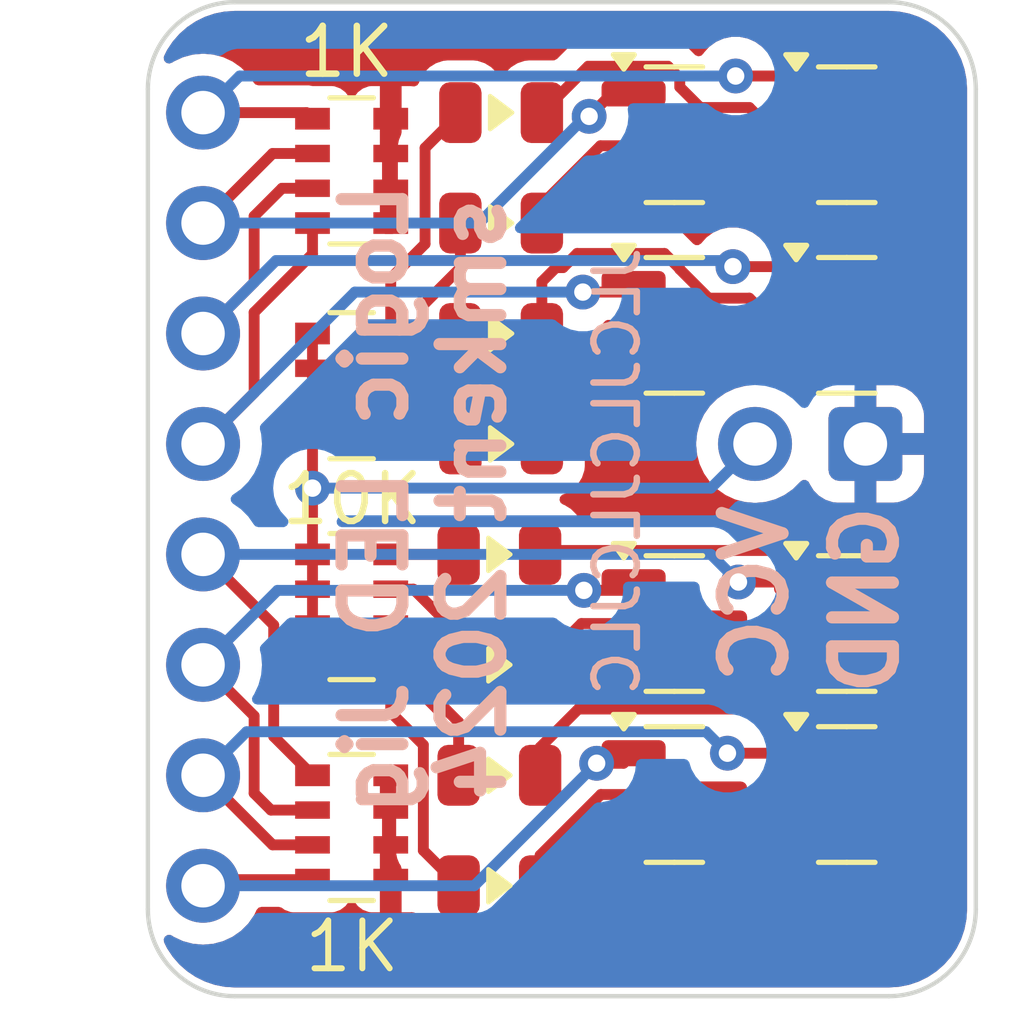
<source format=kicad_pcb>
(kicad_pcb (version 20240108) (generator "pcbnew") (generator_version "8.0")
  (layers (0 "F.Cu" signal) (31 "B.Cu" signal) (34 "B.Paste" user) (35 "F.Paste" user) (36 "B.SilkS" user "B.Silkscreen") (37 "F.SilkS" user "F.Silkscreen") (38 "B.Mask" user) (39 "F.Mask" user) (44 "Edge.Cuts" user))
  (net 0 "")
  (net 1 "Net-(D1-K)")
  (net 2 "GND")
  (net 3 "VCC")
  (net 4 "Net-(D1-A)")
  (net 5 "Net-(D2-A)")
  (net 6 "Net-(D2-K)")
  (net 7 "Net-(D3-K)")
  (net 8 "Net-(D3-A)")
  (net 9 "Net-(D4-A)")
  (net 10 "Net-(D4-K)")
  (net 11 "Net-(D5-K)")
  (net 12 "Net-(D5-A)")
  (net 13 "Net-(D6-K)")
  (net 14 "Net-(D6-A)")
  (net 15 "Net-(D7-K)")
  (net 16 "Net-(D7-A)")
  (net 17 "Net-(D8-A)")
  (net 18 "Net-(D8-K)")
  (net 19 "LED3")
  (net 20 "LED1")
  (net 21 "LED7")
  (net 22 "LED2")
  (net 23 "LED5")
  (net 24 "LED4")
  (net 25 "LED6")
  (net 26 "LED8")
  (footprint "Resistor_SMD:R_Array_Convex_4x0603" (layer "F.Cu") (at 135.498 80.08 180)
    (property "Reference" "RN2" (hide yes))
    (property "Value" "10K")
    (fp_line (start 0.5 1.68) (end -0.5 1.68) (stroke (width 0.12)) (layer "F.SilkS"))
    (fp_line (start 0.5 -1.68) (end -0.5 -1.68) (stroke (width 0.12)) (layer "F.SilkS"))
    (pad "1" smd rect (at -0.9 -1.2 180) (size 0.8 0.5) (layers "F.Cu" "F.Paste" "F.Mask") (net 2 "GND"))
    (pad "2" smd rect (at -0.9 -0.4 180) (size 0.8 0.4) (layers "F.Cu" "F.Paste" "F.Mask") (net 2 "GND"))
    (pad "3" smd rect (at -0.9 0.4 180) (size 0.8 0.4) (layers "F.Cu" "F.Paste" "F.Mask") (net 2 "GND"))
    (pad "4" smd rect (at -0.9 1.2 180) (size 0.8 0.5) (layers "F.Cu" "F.Paste" "F.Mask") (net 2 "GND"))
    (pad "5" smd rect (at 0.9 1.2 180) (size 0.8 0.5) (layers "F.Cu" "F.Paste" "F.Mask") (net 20 "LED1"))
    (pad "6" smd rect (at 0.9 0.4 180) (size 0.8 0.4) (layers "F.Cu" "F.Paste" "F.Mask") (net 22 "LED2"))
    (pad "7" smd rect (at 0.9 -0.4 180) (size 0.8 0.4) (layers "F.Cu" "F.Paste" "F.Mask") (net 19 "LED3"))
    (pad "8" smd rect (at 0.9 -1.2 180) (size 0.8 0.5) (layers "F.Cu" "F.Paste" "F.Mask") (net 24 "LED4"))
  )
  (footprint "custom:LED_0805_2012Metric_simple" (layer "F.Cu") (at 138.898 91.44 180)
    (property "Reference" "D6" (hide yes))
    (property "Value" "LED")
    (fp_poly (pts (xy 0.254 -0.381) (xy 0.254 0.381) (xy -0.254 0)) (stroke (width 0.1)) (fill solid) (layer "F.SilkS"))
    (pad "1" smd roundrect (at -0.9375 0 180) (size 0.975 1.4) (layers "F.Cu" "F.Paste" "F.Mask") (net 13 "Net-(D6-K)"))
    (pad "2" smd roundrect (at 0.9375 0 180) (size 0.975 1.4) (layers "F.Cu" "F.Paste" "F.Mask") (net 14 "Net-(D6-A)"))
  )
  (footprint "Package_TO_SOT_SMD:SOT-23" (layer "F.Cu") (at 146.8905 90.49)
    (property "Reference" "Q5" (hide yes))
    (property "Value" "AO3404	")
    (fp_line (start 0 -1.56) (end -0.65 -1.56) (stroke (width 0.12)) (layer "F.SilkS"))
    (fp_line (start 0 -1.56) (end 0.65 -1.56) (stroke (width 0.12)) (layer "F.SilkS"))
    (fp_line (start 0 1.56) (end -0.65 1.56) (stroke (width 0.12)) (layer "F.SilkS"))
    (fp_line (start 0 1.56) (end 0.65 1.56) (stroke (width 0.12)) (layer "F.SilkS"))
    (fp_poly (pts (xy -1.1625 -1.51) (xy -1.4025 -1.84) (xy -0.9225 -1.84) (xy -1.1625 -1.51)) (stroke (width 0.12)) (fill solid) (layer "F.SilkS"))
    (pad "1" smd roundrect (at -0.9375 -0.95) (size 1.475 0.6) (layers "F.Cu" "F.Paste" "F.Mask") (net 23 "LED5"))
    (pad "2" smd roundrect (at -0.9375 0.95) (size 1.475 0.6) (layers "F.Cu" "F.Paste" "F.Mask") (net 2 "GND"))
    (pad "3" smd roundrect (at 0.9375 0) (size 1.475 0.6) (layers "F.Cu" "F.Paste" "F.Mask") (net 11 "Net-(D5-K)"))
  )
  (footprint "Resistor_SMD:R_Array_Convex_4x0603" (layer "F.Cu") (at 135.498 85.02 180)
    (property "Reference" "RN1" (hide yes))
    (property "Value" "1K")
    (fp_line (start 0.5 1.68) (end -0.5 1.68) (stroke (width 0.12)) (layer "F.SilkS"))
    (fp_line (start 0.5 -1.68) (end -0.5 -1.68) (stroke (width 0.12)) (layer "F.SilkS"))
    (pad "1" smd rect (at -0.9 -1.2 180) (size 0.8 0.5) (layers "F.Cu" "F.Paste" "F.Mask") (net 9 "Net-(D4-A)"))
    (pad "2" smd rect (at -0.9 -0.4 180) (size 0.8 0.4) (layers "F.Cu" "F.Paste" "F.Mask") (net 8 "Net-(D3-A)"))
    (pad "3" smd rect (at -0.9 0.4 180) (size 0.8 0.4) (layers "F.Cu" "F.Paste" "F.Mask") (net 5 "Net-(D2-A)"))
    (pad "4" smd rect (at -0.9 1.2 180) (size 0.8 0.5) (layers "F.Cu" "F.Paste" "F.Mask") (net 4 "Net-(D1-A)"))
    (pad "5" smd rect (at 0.9 1.2 180) (size 0.8 0.5) (layers "F.Cu" "F.Paste" "F.Mask") (net 3 "VCC"))
    (pad "6" smd rect (at 0.9 0.4 180) (size 0.8 0.4) (layers "F.Cu" "F.Paste" "F.Mask") (net 3 "VCC"))
    (pad "7" smd rect (at 0.9 -0.4 180) (size 0.8 0.4) (layers "F.Cu" "F.Paste" "F.Mask") (net 3 "VCC"))
    (pad "8" smd rect (at 0.9 -1.2 180) (size 0.8 0.5) (layers "F.Cu" "F.Paste" "F.Mask") (net 3 "VCC"))
  )
  (footprint "custom:LED_0805_2012Metric_simple" (layer "F.Cu") (at 138.938 83.82 180)
    (property "Reference" "D3" (hide yes))
    (property "Value" "LED")
    (fp_poly (pts (xy 0.254 -0.381) (xy 0.254 0.381) (xy -0.254 0)) (stroke (width 0.1)) (fill solid) (layer "F.SilkS"))
    (pad "1" smd roundrect (at -0.9375 0 180) (size 0.975 1.4) (layers "F.Cu" "F.Paste" "F.Mask") (net 7 "Net-(D3-K)"))
    (pad "2" smd roundrect (at 0.9375 0 180) (size 0.975 1.4) (layers "F.Cu" "F.Paste" "F.Mask") (net 8 "Net-(D3-A)"))
  )
  (footprint "Package_TO_SOT_SMD:SOT-23" (layer "F.Cu") (at 146.8905 79.248)
    (property "Reference" "Q1" (hide yes))
    (property "Value" "AO3404	")
    (fp_line (start 0 -1.56) (end -0.65 -1.56) (stroke (width 0.12)) (layer "F.SilkS"))
    (fp_line (start 0 -1.56) (end 0.65 -1.56) (stroke (width 0.12)) (layer "F.SilkS"))
    (fp_line (start 0 1.56) (end -0.65 1.56) (stroke (width 0.12)) (layer "F.SilkS"))
    (fp_line (start 0 1.56) (end 0.65 1.56) (stroke (width 0.12)) (layer "F.SilkS"))
    (fp_poly (pts (xy -1.1625 -1.51) (xy -1.4025 -1.84) (xy -0.9225 -1.84) (xy -1.1625 -1.51)) (stroke (width 0.12)) (fill solid) (layer "F.SilkS"))
    (pad "1" smd roundrect (at -0.9375 -0.95) (size 1.475 0.6) (layers "F.Cu" "F.Paste" "F.Mask") (net 20 "LED1"))
    (pad "2" smd roundrect (at -0.9375 0.95) (size 1.475 0.6) (layers "F.Cu" "F.Paste" "F.Mask") (net 2 "GND"))
    (pad "3" smd roundrect (at 0.9375 0) (size 1.475 0.6) (layers "F.Cu" "F.Paste" "F.Mask") (net 1 "Net-(D1-K)"))
  )
  (footprint "Package_TO_SOT_SMD:SOT-23" (layer "F.Cu") (at 142.9235 79.248)
    (property "Reference" "Q2" (hide yes))
    (property "Value" "AO3404	")
    (fp_line (start 0 -1.56) (end -0.65 -1.56) (stroke (width 0.12)) (layer "F.SilkS"))
    (fp_line (start 0 -1.56) (end 0.65 -1.56) (stroke (width 0.12)) (layer "F.SilkS"))
    (fp_line (start 0 1.56) (end -0.65 1.56) (stroke (width 0.12)) (layer "F.SilkS"))
    (fp_line (start 0 1.56) (end 0.65 1.56) (stroke (width 0.12)) (layer "F.SilkS"))
    (fp_poly (pts (xy -1.1625 -1.51) (xy -1.4025 -1.84) (xy -0.9225 -1.84) (xy -1.1625 -1.51)) (stroke (width 0.12)) (fill solid) (layer "F.SilkS"))
    (pad "1" smd roundrect (at -0.9375 -0.95) (size 1.475 0.6) (layers "F.Cu" "F.Paste" "F.Mask") (net 22 "LED2"))
    (pad "2" smd roundrect (at -0.9375 0.95) (size 1.475 0.6) (layers "F.Cu" "F.Paste" "F.Mask") (net 2 "GND"))
    (pad "3" smd roundrect (at 0.9375 0) (size 1.475 0.6) (layers "F.Cu" "F.Paste" "F.Mask") (net 6 "Net-(D2-K)"))
  )
  (footprint "Package_TO_SOT_SMD:SOT-23" (layer "F.Cu") (at 142.9235 83.632)
    (property "Reference" "Q4" (hide yes))
    (property "Value" "AO3404	")
    (fp_line (start 0 -1.56) (end -0.65 -1.56) (stroke (width 0.12)) (layer "F.SilkS"))
    (fp_line (start 0 -1.56) (end 0.65 -1.56) (stroke (width 0.12)) (layer "F.SilkS"))
    (fp_line (start 0 1.56) (end -0.65 1.56) (stroke (width 0.12)) (layer "F.SilkS"))
    (fp_line (start 0 1.56) (end 0.65 1.56) (stroke (width 0.12)) (layer "F.SilkS"))
    (fp_poly (pts (xy -1.1625 -1.51) (xy -1.4025 -1.84) (xy -0.9225 -1.84) (xy -1.1625 -1.51)) (stroke (width 0.12)) (fill solid) (layer "F.SilkS"))
    (pad "1" smd roundrect (at -0.9375 -0.95) (size 1.475 0.6) (layers "F.Cu" "F.Paste" "F.Mask") (net 24 "LED4"))
    (pad "2" smd roundrect (at -0.9375 0.95) (size 1.475 0.6) (layers "F.Cu" "F.Paste" "F.Mask") (net 2 "GND"))
    (pad "3" smd roundrect (at 0.9375 0) (size 1.475 0.6) (layers "F.Cu" "F.Paste" "F.Mask") (net 10 "Net-(D4-K)"))
  )
  (footprint "custom:LED_0805_2012Metric_simple" (layer "F.Cu") (at 138.898 96.52 180)
    (property "Reference" "D8" (hide yes))
    (property "Value" "LED")
    (fp_poly (pts (xy 0.254 -0.381) (xy 0.254 0.381) (xy -0.254 0)) (stroke (width 0.1)) (fill solid) (layer "F.SilkS"))
    (pad "1" smd roundrect (at -0.9375 0 180) (size 0.975 1.4) (layers "F.Cu" "F.Paste" "F.Mask") (net 18 "Net-(D8-K)"))
    (pad "2" smd roundrect (at 0.9375 0 180) (size 0.975 1.4) (layers "F.Cu" "F.Paste" "F.Mask") (net 17 "Net-(D8-A)"))
  )
  (footprint "Resistor_SMD:R_Array_Convex_4x0603" (layer "F.Cu") (at 135.498 95.18 180)
    (property "Reference" "RN4" (hide yes))
    (property "Value" "10K")
    (fp_line (start 0.5 1.68) (end -0.5 1.68) (stroke (width 0.12)) (layer "F.SilkS"))
    (fp_line (start 0.5 -1.68) (end -0.5 -1.68) (stroke (width 0.12)) (layer "F.SilkS"))
    (pad "1" smd rect (at -0.9 -1.2 180) (size 0.8 0.5) (layers "F.Cu" "F.Paste" "F.Mask") (net 2 "GND"))
    (pad "2" smd rect (at -0.9 -0.4 180) (size 0.8 0.4) (layers "F.Cu" "F.Paste" "F.Mask") (net 2 "GND"))
    (pad "3" smd rect (at -0.9 0.4 180) (size 0.8 0.4) (layers "F.Cu" "F.Paste" "F.Mask") (net 2 "GND"))
    (pad "4" smd rect (at -0.9 1.2 180) (size 0.8 0.5) (layers "F.Cu" "F.Paste" "F.Mask") (net 2 "GND"))
    (pad "5" smd rect (at 0.9 1.2 180) (size 0.8 0.5) (layers "F.Cu" "F.Paste" "F.Mask") (net 23 "LED5"))
    (pad "6" smd rect (at 0.9 0.4 180) (size 0.8 0.4) (layers "F.Cu" "F.Paste" "F.Mask") (net 25 "LED6"))
    (pad "7" smd rect (at 0.9 -0.4 180) (size 0.8 0.4) (layers "F.Cu" "F.Paste" "F.Mask") (net 21 "LED7"))
    (pad "8" smd rect (at 0.9 -1.2 180) (size 0.8 0.5) (layers "F.Cu" "F.Paste" "F.Mask") (net 26 "LED8"))
  )
  (footprint "Package_TO_SOT_SMD:SOT-23" (layer "F.Cu") (at 146.8905 94.422)
    (property "Reference" "Q7" (hide yes))
    (property "Value" "AO3404	")
    (fp_line (start 0 -1.56) (end -0.65 -1.56) (stroke (width 0.12)) (layer "F.SilkS"))
    (fp_line (start 0 -1.56) (end 0.65 -1.56) (stroke (width 0.12)) (layer "F.SilkS"))
    (fp_line (start 0 1.56) (end -0.65 1.56) (stroke (width 0.12)) (layer "F.SilkS"))
    (fp_line (start 0 1.56) (end 0.65 1.56) (stroke (width 0.12)) (layer "F.SilkS"))
    (fp_poly (pts (xy -1.1625 -1.51) (xy -1.4025 -1.84) (xy -0.9225 -1.84) (xy -1.1625 -1.51)) (stroke (width 0.12)) (fill solid) (layer "F.SilkS"))
    (pad "1" smd roundrect (at -0.9375 -0.95) (size 1.475 0.6) (layers "F.Cu" "F.Paste" "F.Mask") (net 21 "LED7"))
    (pad "2" smd roundrect (at -0.9375 0.95) (size 1.475 0.6) (layers "F.Cu" "F.Paste" "F.Mask") (net 2 "GND"))
    (pad "3" smd roundrect (at 0.9375 0) (size 1.475 0.6) (layers "F.Cu" "F.Paste" "F.Mask") (net 15 "Net-(D7-K)"))
  )
  (footprint "custom:LED_0805_2012Metric_simple" (layer "F.Cu") (at 138.938 81.28 180)
    (property "Reference" "D2" (hide yes))
    (property "Value" "LED")
    (fp_poly (pts (xy 0.254 -0.381) (xy 0.254 0.381) (xy -0.254 0)) (stroke (width 0.1)) (fill solid) (layer "F.SilkS"))
    (pad "1" smd roundrect (at -0.9375 0 180) (size 0.975 1.4) (layers "F.Cu" "F.Paste" "F.Mask") (net 6 "Net-(D2-K)"))
    (pad "2" smd roundrect (at 0.9375 0 180) (size 0.975 1.4) (layers "F.Cu" "F.Paste" "F.Mask") (net 5 "Net-(D2-A)"))
  )
  (footprint "custom:LED_0805_2012Metric_simple" (layer "F.Cu") (at 138.898 88.9 180)
    (property "Reference" "D5" (hide yes))
    (property "Value" "LED")
    (fp_poly (pts (xy 0.254 -0.381) (xy 0.254 0.381) (xy -0.254 0)) (stroke (width 0.1)) (fill solid) (layer "F.SilkS"))
    (pad "1" smd roundrect (at -0.9375 0 180) (size 0.975 1.4) (layers "F.Cu" "F.Paste" "F.Mask") (net 11 "Net-(D5-K)"))
    (pad "2" smd roundrect (at 0.9375 0 180) (size 0.975 1.4) (layers "F.Cu" "F.Paste" "F.Mask") (net 12 "Net-(D5-A)"))
  )
  (footprint "Resistor_SMD:R_Array_Convex_4x0603" (layer "F.Cu") (at 135.498 90.1 180)
    (property "Reference" "RN3" (hide yes))
    (property "Value" "1K")
    (fp_line (start 0.5 1.68) (end -0.5 1.68) (stroke (width 0.12)) (layer "F.SilkS"))
    (fp_line (start 0.5 -1.68) (end -0.5 -1.68) (stroke (width 0.12)) (layer "F.SilkS"))
    (pad "1" smd rect (at -0.9 -1.2 180) (size 0.8 0.5) (layers "F.Cu" "F.Paste" "F.Mask") (net 17 "Net-(D8-A)"))
    (pad "2" smd rect (at -0.9 -0.4 180) (size 0.8 0.4) (layers "F.Cu" "F.Paste" "F.Mask") (net 16 "Net-(D7-A)"))
    (pad "3" smd rect (at -0.9 0.4 180) (size 0.8 0.4) (layers "F.Cu" "F.Paste" "F.Mask") (net 14 "Net-(D6-A)"))
    (pad "4" smd rect (at -0.9 1.2 180) (size 0.8 0.5) (layers "F.Cu" "F.Paste" "F.Mask") (net 12 "Net-(D5-A)"))
    (pad "5" smd rect (at 0.9 1.2 180) (size 0.8 0.5) (layers "F.Cu" "F.Paste" "F.Mask") (net 3 "VCC"))
    (pad "6" smd rect (at 0.9 0.4 180) (size 0.8 0.4) (layers "F.Cu" "F.Paste" "F.Mask") (net 3 "VCC"))
    (pad "7" smd rect (at 0.9 -0.4 180) (size 0.8 0.4) (layers "F.Cu" "F.Paste" "F.Mask") (net 3 "VCC"))
    (pad "8" smd rect (at 0.9 -1.2 180) (size 0.8 0.5) (layers "F.Cu" "F.Paste" "F.Mask") (net 3 "VCC"))
  )
  (footprint "custom:LED_0805_2012Metric_simple" (layer "F.Cu") (at 138.898 93.98 180)
    (property "Reference" "D7" (hide yes))
    (property "Value" "LED")
    (fp_poly (pts (xy 0.254 -0.381) (xy 0.254 0.381) (xy -0.254 0)) (stroke (width 0.1)) (fill solid) (layer "F.SilkS"))
    (pad "1" smd roundrect (at -0.9375 0 180) (size 0.975 1.4) (layers "F.Cu" "F.Paste" "F.Mask") (net 15 "Net-(D7-K)"))
    (pad "2" smd roundrect (at 0.9375 0 180) (size 0.975 1.4) (layers "F.Cu" "F.Paste" "F.Mask") (net 16 "Net-(D7-A)"))
  )
  (footprint "Package_TO_SOT_SMD:SOT-23" (layer "F.Cu") (at 142.9235 90.49)
    (property "Reference" "Q6" (hide yes))
    (property "Value" "AO3404	")
    (fp_line (start 0 -1.56) (end -0.65 -1.56) (stroke (width 0.12)) (layer "F.SilkS"))
    (fp_line (start 0 -1.56) (end 0.65 -1.56) (stroke (width 0.12)) (layer "F.SilkS"))
    (fp_line (start 0 1.56) (end -0.65 1.56) (stroke (width 0.12)) (layer "F.SilkS"))
    (fp_line (start 0 1.56) (end 0.65 1.56) (stroke (width 0.12)) (layer "F.SilkS"))
    (fp_poly (pts (xy -1.1625 -1.51) (xy -1.4025 -1.84) (xy -0.9225 -1.84) (xy -1.1625 -1.51)) (stroke (width 0.12)) (fill solid) (layer "F.SilkS"))
    (pad "1" smd roundrect (at -0.9375 -0.95) (size 1.475 0.6) (layers "F.Cu" "F.Paste" "F.Mask") (net 25 "LED6"))
    (pad "2" smd roundrect (at -0.9375 0.95) (size 1.475 0.6) (layers "F.Cu" "F.Paste" "F.Mask") (net 2 "GND"))
    (pad "3" smd roundrect (at 0.9375 0) (size 1.475 0.6) (layers "F.Cu" "F.Paste" "F.Mask") (net 13 "Net-(D6-K)"))
  )
  (footprint "custom:LED_0805_2012Metric_simple" (layer "F.Cu") (at 138.938 86.36 180)
    (property "Reference" "D4" (hide yes))
    (property "Value" "LED")
    (fp_poly (pts (xy 0.254 -0.381) (xy 0.254 0.381) (xy -0.254 0)) (stroke (width 0.1)) (fill solid) (layer "F.SilkS"))
    (pad "1" smd roundrect (at -0.9375 0 180) (size 0.975 1.4) (layers "F.Cu" "F.Paste" "F.Mask") (net 10 "Net-(D4-K)"))
    (pad "2" smd roundrect (at 0.9375 0 180) (size 0.975 1.4) (layers "F.Cu" "F.Paste" "F.Mask") (net 9 "Net-(D4-A)"))
  )
  (footprint "Package_TO_SOT_SMD:SOT-23" (layer "F.Cu") (at 142.9235 94.422)
    (property "Reference" "Q8" (hide yes))
    (property "Value" "AO3404	")
    (fp_line (start 0 -1.56) (end -0.65 -1.56) (stroke (width 0.12)) (layer "F.SilkS"))
    (fp_line (start 0 -1.56) (end 0.65 -1.56) (stroke (width 0.12)) (layer "F.SilkS"))
    (fp_line (start 0 1.56) (end -0.65 1.56) (stroke (width 0.12)) (layer "F.SilkS"))
    (fp_line (start 0 1.56) (end 0.65 1.56) (stroke (width 0.12)) (layer "F.SilkS"))
    (fp_poly (pts (xy -1.1625 -1.51) (xy -1.4025 -1.84) (xy -0.9225 -1.84) (xy -1.1625 -1.51)) (stroke (width 0.12)) (fill solid) (layer "F.SilkS"))
    (pad "1" smd roundrect (at -0.9375 -0.95) (size 1.475 0.6) (layers "F.Cu" "F.Paste" "F.Mask") (net 26 "LED8"))
    (pad "2" smd roundrect (at -0.9375 0.95) (size 1.475 0.6) (layers "F.Cu" "F.Paste" "F.Mask") (net 2 "GND"))
    (pad "3" smd roundrect (at 0.9375 0) (size 1.475 0.6) (layers "F.Cu" "F.Paste" "F.Mask") (net 18 "Net-(D8-K)"))
  )
  (footprint "custom:LED_0805_2012Metric_simple" (layer "F.Cu") (at 138.938 78.74 180)
    (property "Reference" "D1" (hide yes))
    (property "Value" "LED")
    (fp_poly (pts (xy 0.254 -0.381) (xy 0.254 0.381) (xy -0.254 0)) (stroke (width 0.1)) (fill solid) (layer "F.SilkS"))
    (pad "1" smd roundrect (at -0.9375 0 180) (size 0.975 1.4) (layers "F.Cu" "F.Paste" "F.Mask") (net 1 "Net-(D1-K)"))
    (pad "2" smd roundrect (at 0.9375 0 180) (size 0.975 1.4) (layers "F.Cu" "F.Paste" "F.Mask") (net 4 "Net-(D1-A)"))
  )
  (footprint "Package_TO_SOT_SMD:SOT-23" (layer "F.Cu") (at 146.8905 83.632)
    (property "Reference" "Q3" (hide yes))
    (property "Value" "AO3404	")
    (fp_line (start 0 -1.56) (end -0.65 -1.56) (stroke (width 0.12)) (layer "F.SilkS"))
    (fp_line (start 0 -1.56) (end 0.65 -1.56) (stroke (width 0.12)) (layer "F.SilkS"))
    (fp_line (start 0 1.56) (end -0.65 1.56) (stroke (width 0.12)) (layer "F.SilkS"))
    (fp_line (start 0 1.56) (end 0.65 1.56) (stroke (width 0.12)) (layer "F.SilkS"))
    (fp_poly (pts (xy -1.1625 -1.51) (xy -1.4025 -1.84) (xy -0.9225 -1.84) (xy -1.1625 -1.51)) (stroke (width 0.12)) (fill solid) (layer "F.SilkS"))
    (pad "1" smd roundrect (at -0.9375 -0.95) (size 1.475 0.6) (layers "F.Cu" "F.Paste" "F.Mask") (net 19 "LED3"))
    (pad "2" smd roundrect (at -0.9375 0.95) (size 1.475 0.6) (layers "F.Cu" "F.Paste" "F.Mask") (net 2 "GND"))
    (pad "3" smd roundrect (at 0.9375 0) (size 1.475 0.6) (layers "F.Cu" "F.Paste" "F.Mask") (net 7 "Net-(D3-K)"))
  )
  (footprint "custom:PinHeader_1x02_P2.54mm_Vertical_simple_pad2gnd" (layer "B.Cu") (at 144.78 86.36 -90)
    (property "Reference" "J2" (hide yes))
    (property "Value" "Conn_01x02")
    (pad "1" thru_hole oval (at 0 0 270) (size 1.7 1.7) (drill 1) (layers "*.Cu" "*.Mask") (net 3 "VCC"))
    (pad "2" thru_hole roundrect (at 0 -2.54 270) (size 1.7 1.7) (drill 1) (layers "*.Cu" "*.Mask") (roundrect_rratio 0.1470588235) (net 2 "GND"))
  )
  (footprint "custom:PinHeader_1x08_P2.54mm_Vertical_simple" (layer "B.Cu") (at 132.08 78.74 180)
    (property "Reference" "J1" (hide yes))
    (property "Value" "Conn_01x08")
    (pad "1" thru_hole oval (at 0 0 180) (size 1.7 1.7) (drill 1) (layers "*.Cu" "*.Mask") (net 20 "LED1"))
    (pad "2" thru_hole oval (at 0 -2.54 180) (size 1.7 1.7) (drill 1) (layers "*.Cu" "*.Mask") (net 22 "LED2"))
    (pad "3" thru_hole oval (at 0 -5.08 180) (size 1.7 1.7) (drill 1) (layers "*.Cu" "*.Mask") (net 19 "LED3"))
    (pad "4" thru_hole oval (at 0 -7.62 180) (size 1.7 1.7) (drill 1) (layers "*.Cu" "*.Mask") (net 24 "LED4"))
    (pad "5" thru_hole oval (at 0 -10.16 180) (size 1.7 1.7) (drill 1) (layers "*.Cu" "*.Mask") (net 23 "LED5"))
    (pad "6" thru_hole oval (at 0 -12.7 180) (size 1.7 1.7) (drill 1) (layers "*.Cu" "*.Mask") (net 25 "LED6"))
    (pad "7" thru_hole oval (at 0 -15.24 180) (size 1.7 1.7) (drill 1) (layers "*.Cu" "*.Mask") (net 21 "LED7"))
    (pad "8" thru_hole oval (at 0 -17.78 180) (size 1.7 1.7) (drill 1) (layers "*.Cu" "*.Mask") (net 26 "LED8"))
  )
  (gr_arc (start 147.86 76.2) (mid 149.274214 76.785786) (end 149.86 78.2) (stroke (width 0.1)) (layer "Edge.Cuts"))
  (gr_arc (start 149.86 97.06) (mid 149.274214 98.474214) (end 147.86 99.06) (stroke (width 0.1)) (layer "Edge.Cuts"))
  (gr_line (start 147.86 99.06) (end 132.81 99.06) (stroke (width 0.1)) (layer "Edge.Cuts"))
  (gr_arc (start 130.81 78.2) (mid 131.395786 76.785786) (end 132.81 76.2) (stroke (width 0.1)) (layer "Edge.Cuts"))
  (gr_line (start 149.86 78.2) (end 149.86 97.06) (stroke (width 0.1)) (layer "Edge.Cuts"))
  (gr_arc (start 132.81 99.06) (mid 131.395786 98.474214) (end 130.81 97.06) (stroke (width 0.1)) (layer "Edge.Cuts"))
  (gr_line (start 132.81 76.2) (end 147.86 76.2) (stroke (width 0.1)) (layer "Edge.Cuts"))
  (gr_line (start 130.81 97.06) (end 130.81 78.2) (stroke (width 0.1)) (layer "Edge.Cuts"))
  (gr_text "Logic LED Jig\nsmkent 2024" (at 137.16 87.63 90) (layer "B.SilkS") (effects (font (size 1.4 1.4) (thickness 0.28) (bold yes)) (justify mirror)))
  (gr_text "GND" (at 147.32 87.63 90) (layer "B.SilkS") (effects (font (size 1.4 1.4) (thickness 0.28) (bold yes)) (justify left mirror)))
  (gr_text "JLCJLCJLCJLC" (at 141.605 86.995 90) (layer "B.SilkS") (effects (font (size 1 1)) (justify mirror)))
  (gr_text "VCC" (at 144.78 87.63 90) (layer "B.SilkS") (effects (font (size 1.4 1.4) (thickness 0.28) (bold yes)) (justify left mirror)))
  (gr_text "10K" (at 135.509 87.63 0) (layer "F.SilkS") (effects (font (size 1.1 1.1))))
  (gr_text "1K" (at 135.509 97.917 0) (layer "F.SilkS") (effects (font (size 1.1 1.1) (thickness 0.1375))))
  (gr_text "1K" (at 135.382 77.343 0) (layer "F.SilkS") (effects (font (size 1.1 1.1))))
  (segment (start 143.0485 78.1515) (end 143.0485 77.947092) (width 0.25) (layer "F.Cu") (net 1))
  (segment (start 147.828 79.248) (end 144.9235 79.248) (width 0.25) (layer "F.Cu") (net 1))
  (segment (start 142.774408 77.673) (end 140.9425 77.673) (width 0.25) (layer "F.Cu") (net 1))
  (segment (start 140.9425 77.673) (end 139.8755 78.74) (width 0.25) (layer "F.Cu") (net 1))
  (segment (start 144.9235 78.897092) (end 144.649408 78.623) (width 0.25) (layer "F.Cu") (net 1))
  (segment (start 143.52 78.623) (end 143.0485 78.1515) (width 0.25) (layer "F.Cu") (net 1))
  (segment (start 144.9235 79.248) (end 144.9235 78.897092) (width 0.25) (layer "F.Cu") (net 1))
  (segment (start 143.0485 77.947092) (end 142.774408 77.673) (width 0.25) (layer "F.Cu") (net 1))
  (segment (start 144.649408 78.623) (end 143.52 78.623) (width 0.25) (layer "F.Cu") (net 1))
  (segment (start 134.598 91.3) (end 134.598 87.376) (width 0.25) (layer "F.Cu") (net 3))
  (segment (start 134.598 87.376) (end 134.598 86.22) (width 0.25) (layer "F.Cu") (net 3))
  (segment (start 134.598 83.82) (end 134.598 86.22) (width 0.25) (layer "F.Cu") (net 3))
  (via (at 134.598 87.376) (size 0.8) (drill 0.4) (layers "F.Cu" "B.Cu") (net 3))
  (segment (start 143.764 87.376) (end 134.598 87.376) (width 0.25) (layer "B.Cu") (net 3))
  (segment (start 144.78 86.36) (end 143.764 87.376) (width 0.25) (layer "B.Cu") (net 3))
  (segment (start 136.398 82.55) (end 136.398 83.82) (width 0.25) (layer "F.Cu") (net 4))
  (segment (start 138.0005 78.74) (end 137.188 79.5525) (width 0.25) (layer "F.Cu") (net 4))
  (segment (start 137.188 79.5525) (end 137.188 81.76) (width 0.25) (layer "F.Cu") (net 4))
  (segment (start 137.188 81.76) (end 136.398 82.55) (width 0.25) (layer "F.Cu") (net 4))
  (segment (start 137.123 84.545) (end 137.048 84.62) (width 0.25) (layer "F.Cu") (net 5))
  (segment (start 137.048 84.62) (end 136.398 84.62) (width 0.25) (layer "F.Cu") (net 5))
  (segment (start 138.0005 81.28) (end 138.0005 82.308912) (width 0.25) (layer "F.Cu") (net 5))
  (segment (start 138.0005 82.308912) (end 137.123 83.186412) (width 0.25) (layer "F.Cu") (net 5))
  (segment (start 137.123 83.186412) (end 137.123 84.545) (width 0.25) (layer "F.Cu") (net 5))
  (segment (start 143.607 79.502) (end 141.224 79.502) (width 0.25) (layer "F.Cu") (net 6))
  (segment (start 139.8755 80.8505) (end 139.8755 81.28) (width 0.25) (layer "F.Cu") (net 6))
  (segment (start 141.224 79.502) (end 139.8755 80.8505) (width 0.25) (layer "F.Cu") (net 6))
  (segment (start 143.861 79.248) (end 143.607 79.502) (width 0.25) (layer "F.Cu") (net 6))
  (segment (start 140.688 81.978588) (end 140.361588 82.305) (width 0.25) (layer "F.Cu") (net 7))
  (segment (start 144.649408 83.007) (end 143.713 83.007) (width 0.25) (layer "F.Cu") (net 7))
  (segment (start 140.199 82.305) (end 139.8755 82.6285) (width 0.25) (layer "F.Cu") (net 7))
  (segment (start 144.9235 83.632) (end 144.9235 83.281092) (width 0.25) (layer "F.Cu") (net 7))
  (segment (start 139.8755 82.6285) (end 139.8755 83.82) (width 0.25) (layer "F.Cu") (net 7))
  (segment (start 143.0485 82.331092) (end 142.695996 81.978588) (width 0.25) (layer "F.Cu") (net 7))
  (segment (start 143.0485 82.3425) (end 143.0485 82.331092) (width 0.25) (layer "F.Cu") (net 7))
  (segment (start 143.713 83.007) (end 143.0485 82.3425) (width 0.25) (layer "F.Cu") (net 7))
  (segment (start 142.695996 81.978588) (end 140.688 81.978588) (width 0.25) (layer "F.Cu") (net 7))
  (segment (start 140.361588 82.305) (end 140.199 82.305) (width 0.25) (layer "F.Cu") (net 7))
  (segment (start 144.9235 83.281092) (end 144.649408 83.007) (width 0.25) (layer "F.Cu") (net 7))
  (segment (start 147.828 83.632) (end 144.9235 83.632) (width 0.25) (layer "F.Cu") (net 7))
  (segment (start 138.0005 84.303896) (end 138.0005 83.82) (width 0.25) (layer "F.Cu") (net 8))
  (segment (start 136.398 85.42) (end 136.884396 85.42) (width 0.25) (layer "F.Cu") (net 8))
  (segment (start 136.884396 85.42) (end 138.0005 84.303896) (width 0.25) (layer "F.Cu") (net 8))
  (segment (start 136.398 86.22) (end 137.8605 86.22) (width 0.25) (layer "F.Cu") (net 9))
  (segment (start 137.8605 86.22) (end 138.0005 86.36) (width 0.25) (layer "F.Cu") (net 9))
  (segment (start 141.412 83.632) (end 140.688 84.356) (width 0.25) (layer "F.Cu") (net 10))
  (segment (start 140.688 84.356) (end 140.688 85.5475) (width 0.25) (layer "F.Cu") (net 10))
  (segment (start 143.861 83.632) (end 141.412 83.632) (width 0.25) (layer "F.Cu") (net 10))
  (segment (start 140.688 85.5475) (end 139.8755 86.36) (width 0.25) (layer "F.Cu") (net 10))
  (segment (start 139.9255 88.81) (end 139.8355 88.9) (width 0.25) (layer "F.Cu") (net 11))
  (segment (start 147.828 90.49) (end 147.828 90.001592) (width 0.25) (layer "F.Cu") (net 11))
  (segment (start 147.828 90.001592) (end 146.636408 88.81) (width 0.25) (layer "F.Cu") (net 11))
  (segment (start 146.636408 88.81) (end 139.9255 88.81) (width 0.25) (layer "F.Cu") (net 11))
  (segment (start 137.9605 88.9) (end 136.398 88.9) (width 0.25) (layer "F.Cu") (net 12))
  (segment (start 143.861 90.49) (end 140.7855 90.49) (width 0.25) (layer "F.Cu") (net 13))
  (segment (start 140.7855 90.49) (end 139.8355 91.44) (width 0.25) (layer "F.Cu") (net 13))
  (segment (start 137.9605 90.740001) (end 136.920499 89.7) (width 0.25) (layer "F.Cu") (net 14))
  (segment (start 136.920499 89.7) (end 136.398 89.7) (width 0.25) (layer "F.Cu") (net 14))
  (segment (start 137.9605 91.44) (end 137.9605 90.740001) (width 0.25) (layer "F.Cu") (net 14))
  (segment (start 140.716 92.456) (end 139.8355 93.3365) (width 0.25) (layer "F.Cu") (net 15))
  (segment (start 147.828 94.422) (end 147.828 93.933592) (width 0.25) (layer "F.Cu") (net 15))
  (segment (start 139.8355 93.3365) (end 139.8355 93.98) (width 0.25) (layer "F.Cu") (net 15))
  (segment (start 147.828 93.933592) (end 146.350408 92.456) (width 0.25) (layer "F.Cu") (net 15))
  (segment (start 146.350408 92.456) (end 140.716 92.456) (width 0.25) (layer "F.Cu") (net 15))
  (segment (start 137.474412 92.465) (end 137.668 92.465) (width 0.25) (layer "F.Cu") (net 16))
  (segment (start 137.148 92.138588) (end 137.474412 92.465) (width 0.25) (layer "F.Cu") (net 16))
  (segment (start 137.148 90.6) (end 137.148 92.138588) (width 0.25) (layer "F.Cu") (net 16))
  (segment (start 137.668 92.465) (end 137.9605 92.7575) (width 0.25) (layer "F.Cu") (net 16))
  (segment (start 136.398 90.5) (end 137.048 90.5) (width 0.25) (layer "F.Cu") (net 16))
  (segment (start 137.048 90.5) (end 137.148 90.6) (width 0.25) (layer "F.Cu") (net 16))
  (segment (start 137.9605 92.7575) (end 137.9605 93.98) (width 0.25) (layer "F.Cu") (net 16))
  (segment (start 136.398 92.531412) (end 137.148 93.281412) (width 0.25) (layer "F.Cu") (net 17))
  (segment (start 137.148 93.281412) (end 137.148 95.7075) (width 0.25) (layer "F.Cu") (net 17))
  (segment (start 137.148 95.7075) (end 137.9605 96.52) (width 0.25) (layer "F.Cu") (net 17))
  (segment (start 136.398 91.3) (end 136.398 92.531412) (width 0.25) (layer "F.Cu") (net 17))
  (segment (start 141.233501 94.422) (end 143.861 94.422) (width 0.25) (layer "F.Cu") (net 18))
  (segment (start 139.8355 96.52) (end 139.8355 95.820001) (width 0.25) (layer "F.Cu") (net 18))
  (segment (start 139.8355 95.820001) (end 141.233501 94.422) (width 0.25) (layer "F.Cu") (net 18))
  (segment (start 134.598 80.48) (end 133.896 80.48) (width 0.25) (layer "F.Cu") (net 19))
  (segment (start 133.255 82.645) (end 132.08 83.82) (width 0.25) (layer "F.Cu") (net 19))
  (segment (start 144.272 82.282) (end 145.553 82.282) (width 0.25) (layer "F.Cu") (net 19))
  (segment (start 145.553 82.282) (end 145.953 82.682) (width 0.25) (layer "F.Cu") (net 19))
  (segment (start 133.255 81.121) (end 133.255 82.645) (width 0.25) (layer "F.Cu") (net 19))
  (segment (start 133.896 80.48) (end 133.255 81.121) (width 0.25) (layer "F.Cu") (net 19))
  (via (at 144.272 82.282) (size 0.8) (drill 0.4) (layers "F.Cu" "B.Cu") (net 19))
  (segment (start 144.272 82.282) (end 144.132501 82.142501) (width 0.25) (layer "B.Cu") (net 19))
  (segment (start 133.757499 82.142501) (end 132.08 83.82) (width 0.25) (layer "B.Cu") (net 19))
  (segment (start 144.132501 82.142501) (end 133.757499 82.142501) (width 0.25) (layer "B.Cu") (net 19))
  (segment (start 144.333868 77.898) (end 145.553 77.898) (width 0.25) (layer "F.Cu") (net 20))
  (segment (start 132.08 78.74) (end 134.458 78.74) (width 0.25) (layer "F.Cu") (net 20))
  (segment (start 145.553 77.898) (end 145.953 78.298) (width 0.25) (layer "F.Cu") (net 20))
  (segment (start 134.458 78.74) (end 134.598 78.88) (width 0.25) (layer "F.Cu") (net 20))
  (via (at 144.333868 77.898) (size 0.8) (drill 0.4) (layers "F.Cu" "B.Cu") (net 20))
  (segment (start 132.922 77.898) (end 144.333868 77.898) (width 0.25) (layer "B.Cu") (net 20))
  (segment (start 132.08 78.74) (end 132.922 77.898) (width 0.25) (layer "B.Cu") (net 20))
  (segment (start 133.68 95.58) (end 132.08 93.98) (width 0.25) (layer "F.Cu") (net 21))
  (segment (start 144.145 93.472) (end 145.953 93.472) (width 0.25) (layer "F.Cu") (net 21))
  (segment (start 134.598 95.58) (end 133.68 95.58) (width 0.25) (layer "F.Cu") (net 21))
  (via (at 144.145 93.472) (size 0.8) (drill 0.4) (layers "F.Cu" "B.Cu") (net 21))
  (segment (start 133.081391 92.978609) (end 143.651609 92.978609) (width 0.25) (layer "B.Cu") (net 21))
  (segment (start 143.651609 92.978609) (end 144.145 93.472) (width 0.25) (layer "B.Cu") (net 21))
  (segment (start 132.08 93.98) (end 133.081391 92.978609) (width 0.25) (layer "B.Cu") (net 21))
  (segment (start 140.962587 78.825768) (end 141.490355 78.298) (width 0.25) (layer "F.Cu") (net 22))
  (segment (start 133.68 79.68) (end 132.08 81.28) (width 0.25) (layer "F.Cu") (net 22))
  (segment (start 134.598 79.68) (end 133.68 79.68) (width 0.25) (layer "F.Cu") (net 22))
  (segment (start 141.490355 78.298) (end 141.986 78.298) (width 0.25) (layer "F.Cu") (net 22))
  (via (at 140.962587 78.825768) (size 0.8) (drill 0.4) (layers "F.Cu" "B.Cu") (net 22))
  (segment (start 140.962587 78.825768) (end 140.884232 78.825768) (width 0.25) (layer "B.Cu") (net 22))
  (segment (start 138.43 81.28) (end 132.08 81.28) (width 0.25) (layer "B.Cu") (net 22))
  (segment (start 140.884232 78.825768) (end 138.43 81.28) (width 0.25) (layer "B.Cu") (net 22))
  (segment (start 133.705 93.087) (end 133.705 90.525) (width 0.25) (layer "F.Cu") (net 23))
  (segment (start 144.399 89.535) (end 145.948 89.535) (width 0.25) (layer "F.Cu") (net 23))
  (segment (start 133.705 90.525) (end 132.08 88.9) (width 0.25) (layer "F.Cu") (net 23))
  (segment (start 134.598 93.98) (end 133.705 93.087) (width 0.25) (layer "F.Cu") (net 23))
  (segment (start 145.948 89.535) (end 145.953 89.54) (width 0.25) (layer "F.Cu") (net 23))
  (via (at 144.399 89.535) (size 0.8) (drill 0.4) (layers "F.Cu" "B.Cu") (net 23))
  (segment (start 143.764 88.9) (end 144.399 89.535) (width 0.25) (layer "B.Cu") (net 23))
  (segment (start 132.08 88.9) (end 143.764 88.9) (width 0.25) (layer "B.Cu") (net 23))
  (segment (start 133.255 85.185) (end 132.08 86.36) (width 0.25) (layer "F.Cu") (net 24))
  (segment (start 134.598 81.28) (end 134.598 81.990299) (width 0.25) (layer "F.Cu") (net 24))
  (segment (start 134.598 81.990299) (end 133.255 83.333299) (width 0.25) (layer "F.Cu") (net 24))
  (segment (start 140.818993 82.867501) (end 141.800499 82.867501) (width 0.25) (layer "F.Cu") (net 24))
  (segment (start 133.255 83.333299) (end 133.255 85.185) (width 0.25) (layer "F.Cu") (net 24))
  (segment (start 141.800499 82.867501) (end 141.986 82.682) (width 0.25) (layer "F.Cu") (net 24))
  (via (at 140.818993 82.867501) (size 0.8) (drill 0.4) (layers "F.Cu" "B.Cu") (net 24))
  (segment (start 132.08 86.36) (end 135.572499 82.867501) (width 0.25) (layer "B.Cu") (net 24))
  (segment (start 135.572499 82.867501) (end 140.818993 82.867501) (width 0.25) (layer "B.Cu") (net 24))
  (segment (start 141.798936 89.727064) (end 141.986 89.54) (width 0.25) (layer "F.Cu") (net 25))
  (segment (start 133.255 94.393) (end 133.255 92.615) (width 0.25) (layer "F.Cu") (net 25))
  (segment (start 133.255 92.615) (end 132.08 91.44) (width 0.25) (layer "F.Cu") (net 25))
  (segment (start 140.84176 89.727064) (end 141.798936 89.727064) (width 0.25) (layer "F.Cu") (net 25))
  (segment (start 134.598 94.78) (end 133.642 94.78) (width 0.25) (layer "F.Cu") (net 25))
  (segment (start 133.642 94.78) (end 133.255 94.393) (width 0.25) (layer "F.Cu") (net 25))
  (via (at 140.84176 89.727064) (size 0.8) (drill 0.4) (layers "F.Cu" "B.Cu") (net 25))
  (segment (start 133.792936 89.727064) (end 140.84176 89.727064) (width 0.25) (layer "B.Cu") (net 25))
  (segment (start 132.08 91.44) (end 133.792936 89.727064) (width 0.25) (layer "B.Cu") (net 25))
  (segment (start 141.754391 93.703609) (end 141.986 93.472) (width 0.25) (layer "F.Cu") (net 26))
  (segment (start 132.22 96.38) (end 132.08 96.52) (width 0.25) (layer "F.Cu") (net 26))
  (segment (start 141.135828 93.703609) (end 141.754391 93.703609) (width 0.25) (layer "F.Cu") (net 26))
  (segment (start 134.598 96.38) (end 132.22 96.38) (width 0.25) (layer "F.Cu") (net 26))
  (via (at 141.135828 93.703609) (size 0.8) (drill 0.4) (layers "F.Cu" "B.Cu") (net 26))
  (segment (start 138.319437 96.52) (end 141.135828 93.703609) (width 0.25) (layer "B.Cu") (net 26))
  (segment (start 132.08 96.52) (end 138.319437 96.52) (width 0.25) (layer "B.Cu") (net 26))
  (zone (net 2) (net_name "GND") (layers "F&B.Cu") (connect_pads (clearance 0.5)) (min_thickness 0.25) (fill yes (thermal_gap 0.5) (thermal_bridge_width 0.5))
    (polygon (pts (xy 130.81 76.2) (xy 149.86 76.2) (xy 149.86 99.06) (xy 130.81 99.06)))
  )
)
</source>
